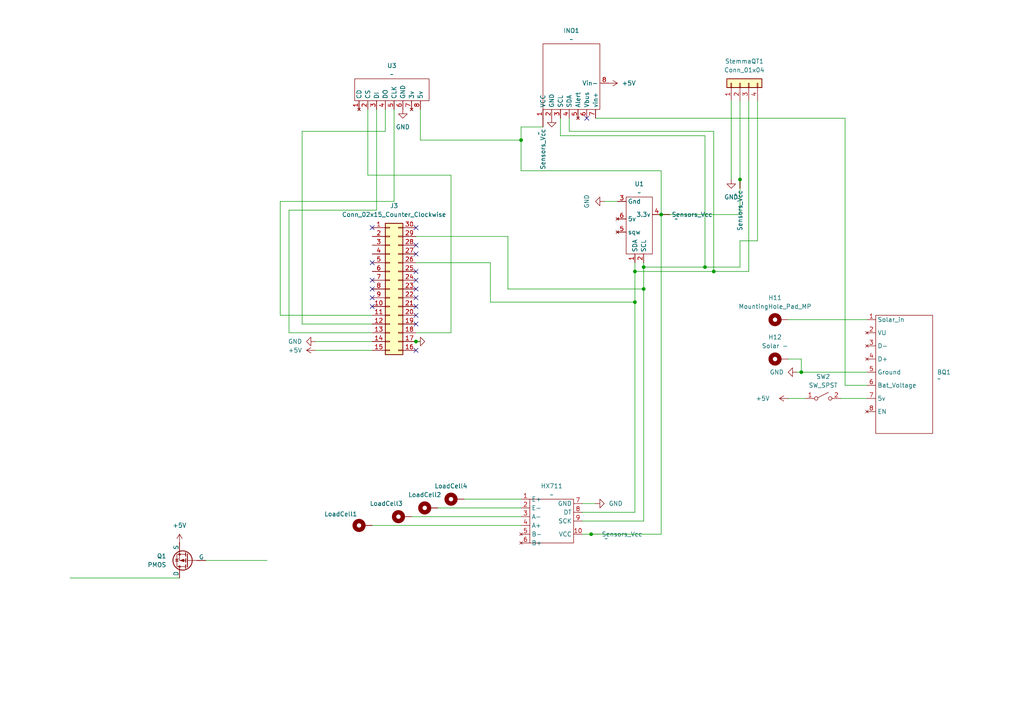
<source format=kicad_sch>
(kicad_sch (version 20250114) (generator "eeschema") (generator_version "9.0")
  (paper "A4")
  (lib_symbols
    (symbol "Connector_Generic:Conn_01x04" (pin_names (offset 1.016) (hide yes))
      (property "Reference" "J" (at 0 5.08 0))
      (property "Value" "Conn_01x04" (at 0 -7.62 0))
      (symbol "Conn_01x04_1_1"
        (rectangle (start -1.27 3.81) (end 1.27 -6.35) (stroke (width 0.254)) (fill (type background)))
        (rectangle (start -1.27 2.667) (end 0 2.413) (stroke (width 0.1524)))
        (rectangle (start -1.27 0.127) (end 0 -0.127) (stroke (width 0.1524)))
        (rectangle (start -1.27 -2.413) (end 0 -2.667) (stroke (width 0.1524)))
        (rectangle (start -1.27 -4.953) (end 0 -5.207) (stroke (width 0.1524)))
        (pin passive line (at -5.08 2.54 0) (length 3.81) (name "Pin_1") (number "1"))
        (pin passive line (at -5.08 0 0) (length 3.81) (name "Pin_2") (number "2"))
        (pin passive line (at -5.08 -2.54 0) (length 3.81) (name "Pin_3") (number "3"))
        (pin passive line (at -5.08 -5.08 0) (length 3.81) (name "Pin_4") (number "4"))
      )
    )
    (symbol "Connector_Generic:Conn_02x15_Counter_Clockwise" (pin_names (offset 1.016) (hide yes))
      (property "Reference" "J" (at 1.27 20.32 0))
      (property "Value" "Conn_02x15_Counter_Clockwise" (at 1.27 -20.32 0))
      (symbol "Conn_02x15_Counter_Clockwise_1_1"
        (rectangle (start -1.27 19.05) (end 3.81 -19.05) (stroke (width 0.254)) (fill (type background)))
        (rectangle (start -1.27 17.907) (end 0 17.653) (stroke (width 0.1524)))
        (rectangle (start -1.27 15.367) (end 0 15.113) (stroke (width 0.1524)))
        (rectangle (start -1.27 12.827) (end 0 12.573) (stroke (width 0.1524)))
        (rectangle (start -1.27 10.287) (end 0 10.033) (stroke (width 0.1524)))
        (rectangle (start -1.27 7.747) (end 0 7.493) (stroke (width 0.1524)))
        (rectangle (start -1.27 5.207) (end 0 4.953) (stroke (width 0.1524)))
        (rectangle (start -1.27 2.667) (end 0 2.413) (stroke (width 0.1524)))
        (rectangle (start -1.27 0.127) (end 0 -0.127) (stroke (width 0.1524)))
        (rectangle (start -1.27 -2.413) (end 0 -2.667) (stroke (width 0.1524)))
        (rectangle (start -1.27 -4.953) (end 0 -5.207) (stroke (width 0.1524)))
        (rectangle (start -1.27 -7.493) (end 0 -7.747) (stroke (width 0.1524)))
        (rectangle (start -1.27 -10.033) (end 0 -10.287) (stroke (width 0.1524)))
        (rectangle (start -1.27 -12.573) (end 0 -12.827) (stroke (width 0.1524)))
        (rectangle (start -1.27 -15.113) (end 0 -15.367) (stroke (width 0.1524)))
        (rectangle (start -1.27 -17.653) (end 0 -17.907) (stroke (width 0.1524)))
        (rectangle (start 3.81 17.907) (end 2.54 17.653) (stroke (width 0.1524)))
        (rectangle (start 3.81 15.367) (end 2.54 15.113) (stroke (width 0.1524)))
        (rectangle (start 3.81 12.827) (end 2.54 12.573) (stroke (width 0.1524)))
        (rectangle (start 3.81 10.287) (end 2.54 10.033) (stroke (width 0.1524)))
        (rectangle (start 3.81 7.747) (end 2.54 7.493) (stroke (width 0.1524)))
        (rectangle (start 3.81 5.207) (end 2.54 4.953) (stroke (width 0.1524)))
        (rectangle (start 3.81 2.667) (end 2.54 2.413) (stroke (width 0.1524)))
        (rectangle (start 3.81 0.127) (end 2.54 -0.127) (stroke (width 0.1524)))
        (rectangle (start 3.81 -2.413) (end 2.54 -2.667) (stroke (width 0.1524)))
        (rectangle (start 3.81 -4.953) (end 2.54 -5.207) (stroke (width 0.1524)))
        (rectangle (start 3.81 -7.493) (end 2.54 -7.747) (stroke (width 0.1524)))
        (rectangle (start 3.81 -10.033) (end 2.54 -10.287) (stroke (width 0.1524)))
        (rectangle (start 3.81 -12.573) (end 2.54 -12.827) (stroke (width 0.1524)))
        (rectangle (start 3.81 -15.113) (end 2.54 -15.367) (stroke (width 0.1524)))
        (rectangle (start 3.81 -17.653) (end 2.54 -17.907) (stroke (width 0.1524)))
        (pin passive line (at -5.08 17.78 0) (length 3.81) (name "Pin_1") (number "1"))
        (pin passive line (at -5.08 15.24 0) (length 3.81) (name "Pin_2") (number "2"))
        (pin passive line (at -5.08 12.7 0) (length 3.81) (name "Pin_3") (number "3"))
        (pin passive line (at -5.08 10.16 0) (length 3.81) (name "Pin_4") (number "4"))
        (pin passive line (at -5.08 7.62 0) (length 3.81) (name "Pin_5") (number "5"))
        (pin passive line (at -5.08 5.08 0) (length 3.81) (name "Pin_6") (number "6"))
        (pin passive line (at -5.08 2.54 0) (length 3.81) (name "Pin_7") (number "7"))
        (pin passive line (at -5.08 0 0) (length 3.81) (name "Pin_8") (number "8"))
        (pin passive line (at -5.08 -2.54 0) (length 3.81) (name "Pin_9") (number "9"))
        (pin passive line (at -5.08 -5.08 0) (length 3.81) (name "Pin_10") (number "10"))
        (pin passive line (at -5.08 -7.62 0) (length 3.81) (name "Pin_11") (number "11"))
        (pin passive line (at -5.08 -10.16 0) (length 3.81) (name "Pin_12") (number "12"))
        (pin passive line (at -5.08 -12.7 0) (length 3.81) (name "Pin_13") (number "13"))
        (pin passive line (at -5.08 -15.24 0) (length 3.81) (name "Pin_14") (number "14"))
        (pin passive line (at -5.08 -17.78 0) (length 3.81) (name "Pin_15") (number "15"))
        (pin passive line (at 7.62 17.78 180) (length 3.81) (name "Pin_30") (number "30"))
        (pin passive line (at 7.62 15.24 180) (length 3.81) (name "Pin_29") (number "29"))
        (pin passive line (at 7.62 12.7 180) (length 3.81) (name "Pin_28") (number "28"))
        (pin passive line (at 7.62 10.16 180) (length 3.81) (name "Pin_27") (number "27"))
        (pin passive line (at 7.62 7.62 180) (length 3.81) (name "Pin_26") (number "26"))
        (pin passive line (at 7.62 5.08 180) (length 3.81) (name "Pin_25") (number "25"))
        (pin passive line (at 7.62 2.54 180) (length 3.81) (name "Pin_24") (number "24"))
        (pin passive line (at 7.62 0 180) (length 3.81) (name "Pin_23") (number "23"))
        (pin passive line (at 7.62 -2.54 180) (length 3.81) (name "Pin_22") (number "22"))
        (pin passive line (at 7.62 -5.08 180) (length 3.81) (name "Pin_21") (number "21"))
        (pin passive line (at 7.62 -7.62 180) (length 3.81) (name "Pin_20") (number "20"))
        (pin passive line (at 7.62 -10.16 180) (length 3.81) (name "Pin_19") (number "19"))
        (pin passive line (at 7.62 -12.7 180) (length 3.81) (name "Pin_18") (number "18"))
        (pin passive line (at 7.62 -15.24 180) (length 3.81) (name "Pin_17") (number "17"))
        (pin passive line (at 7.62 -17.78 180) (length 3.81) (name "Pin_16") (number "16"))
      )
    )
    (symbol "Mechanical:MountingHole_Pad_MP" (pin_numbers (hide yes)) (pin_names (offset 1.016) (hide yes)) (in_bom no)
      (property "Reference" "H" (at 0 6.35 0))
      (property "Value" "MountingHole_Pad_MP" (at 0 4.445 0))
      (symbol "MountingHole_Pad_MP_0_1"
        (circle (center 0 1.27) (radius 1.27) (stroke (width 1.27)))
      )
      (symbol "MountingHole_Pad_MP_1_1"
        (pin input line (at 0 -2.54 90) (length 2.54) (name "MP") (number "MP"))
      )
    )
    (symbol "Miteout1:Charger"
      (property "Reference" "BQ1" (at 11.43 -8.8899 0))
      (property "Value" "~" (at 11.43 -10.795 0))
      (symbol "Charger_0_1"
        (rectangle (start -6.35 7.62) (end 10.16 -26.67))
      )
      (symbol "Charger_1_1"
        (pin input line (at -8.89 6.35 0) (length 2.54) (name "Solar_in") (number "1"))
        (pin no_connect line (at -8.89 2.54 0) (length 2.54) (name "VU") (number "2"))
        (pin no_connect line (at -8.89 -1.27 0) (length 2.54) (name "D-") (number "3"))
        (pin no_connect line (at -8.89 -5.08 0) (length 2.54) (name "D+") (number "4"))
        (pin input line (at -8.89 -8.89 0) (length 2.54) (name "Ground") (number "5"))
        (pin output line (at -8.89 -12.7 0) (length 2.54) (name "Bat_Voltage") (number "6"))
        (pin output line (at -8.89 -16.51 0) (length 2.54) (name "5v") (number "7"))
        (pin no_connect line (at -8.89 -20.32 0) (length 2.54) (name "EN") (number "8"))
      )
    )
    (symbol "Miteout1:RTC"
      (property "Reference" "INO1" (at 17.78 -4.445 90))
      (property "Value" "~" (at 15.24 -4.445 90))
      (symbol "RTC_0_1"
        (rectangle (start -5.08 3.81) (end 13.97 -12.7))
      )
      (symbol "RTC_1_1"
        (pin input line (at -7.62 3.81 0) (length 2.54) (name "VCC") (number "1"))
        (pin input line (at -7.62 1.27 0) (length 2.54) (name "GND") (number "2"))
        (pin input line (at -7.62 -1.27 0) (length 2.54) (name "SCL") (number "3"))
        (pin output line (at -7.62 -3.81 0) (length 2.54) (name "SDA") (number "4"))
        (pin no_connect line (at -7.62 -6.35 0) (length 2.54) (name "Alert") (number "5"))
        (pin output line (at -7.62 -8.89 0) (length 2.54) (name "Vbus") (number "6"))
        (pin input line (at -7.62 -11.43 0) (length 2.54) (name "vin+") (number "7"))
        (pin input line (at 2.54 -15.24 90) (length 2.54) (name "Vin-") (number "8"))
      )
    )
    (symbol "Miteout1:SDcard"
      (property "Reference" "U3" (at 8.89 -8.255 90))
      (property "Value" "~" (at 6.35 -8.255 90))
      (symbol "SDcard_0_1"
        (rectangle (start -1.27 2.54) (end 5.08 -19.05))
      )
      (symbol "SDcard_1_1"
        (pin no_connect line (at -3.81 1.27 0) (length 2.54) (name "CD") (number "1"))
        (pin input line (at -3.81 -1.27 0) (length 2.54) (name "CS") (number "2"))
        (pin input line (at -3.81 -3.81 0) (length 2.54) (name "DI") (number "3"))
        (pin output line (at -3.81 -6.35 0) (length 2.54) (name "DO") (number "4"))
        (pin input line (at -3.81 -8.89 0) (length 2.54) (name "CLK") (number "5"))
        (pin input line (at -3.81 -11.43 0) (length 2.54) (name "GND") (number "6"))
        (pin no_connect line (at -3.81 -13.97 0) (length 2.54) (name "3v") (number "7"))
        (pin input line (at -3.81 -16.51 0) (length 2.54) (name "5v") (number "8"))
      )
    )
    (symbol "Miteout1:VCC_sens" (power) (in_bom no) (on_board no)
      (property "Reference" "U" (at 0 0 0))
      (symbol "VCC_sens_1_1"
        (pin input line (at -1.27 5.08 0) (length 2.54) (name "Sensors_Vcc") (number ""))
      )
    )
    (symbol "Miteout1:hx711"
      (property "Reference" "U" (at 0 0 0))
      (symbol "hx711_0_1"
        (rectangle (start -5.08 2.54) (end 7.62 -10.16))
      )
      (symbol "hx711_1_1"
        (pin input line (at -7.62 2.54 0) (length 2.54) (name "E+") (number "1"))
        (pin input line (at -7.62 0 0) (length 2.54) (name "E-") (number "2"))
        (pin input line (at -7.62 -2.54 0) (length 2.54) (name "A-") (number "3"))
        (pin input line (at -7.62 -5.08 0) (length 2.54) (name "A+") (number "4"))
        (pin no_connect line (at -7.62 -7.62 0) (length 2.54) (name "B-") (number "5"))
        (pin no_connect line (at -7.62 -10.16 0) (length 2.54) (name "B+") (number "6"))
        (pin input line (at 10.16 1.27 180) (length 2.54) (name "GND") (number "7"))
        (pin input line (at 10.16 -1.27 180) (length 2.54) (name "DT") (number "8"))
        (pin output line (at 10.16 -3.81 180) (length 2.54) (name "SCK") (number "9"))
        (pin input line (at 10.16 -7.62 180) (length 2.54) (name "VCC") (number "10"))
      )
    )
    (symbol "MountingHole_Pad_MP_1" (pin_numbers (hide yes)) (pin_names (offset 1.016) (hide yes)) (in_bom no)
      (property "Reference" "H12" (at 6.35 1.27 90))
      (property "Value" "Solar -" (at 3.81 1.27 90))
      (symbol "MountingHole_Pad_MP_1_0_1"
        (circle (center 0 1.27) (radius 1.27) (stroke (width 1.27)))
      )
      (symbol "MountingHole_Pad_MP_1_1_1"
        (pin input line (at 0 -2.54 90) (length 2.54) (name "MP") (number "MP"))
      )
    )
    (symbol "RTC_1"
      (property "Reference" "U1" (at 12.7 -2.54 90))
      (property "Value" "~" (at 10.16 -2.54 90))
      (symbol "RTC_1_0_1"
        (rectangle (start 8.89 1.27) (end -7.62 -6.35))
      )
      (symbol "RTC_1_1_1"
        (pin output line (at -10.16 -1.27 0) (length 2.54) (name "SDA") (number "1"))
        (pin input line (at -10.16 -3.81 0) (length 2.54) (name "SCL") (number "2"))
        (pin no_connect line (at -1.27 3.81 270) (length 2.54) (name "sqw") (number "5"))
        (pin no_connect line (at 2.54 3.81 270) (length 2.54) (name "5v") (number "6"))
        (pin input line (at 3.81 -8.89 90) (length 2.54) (name "3.3v") (number "4"))
        (pin input line (at 7.62 3.81 270) (length 2.54) (name "Gnd") (number "3"))
      )
    )
    (symbol "Simulation_SPICE:PMOS" (pin_numbers (hide yes)) (pin_names (offset 0))
      (property "Reference" "Q1" (at 6.35 -1.2701 0))
      (property "Value" "PMOS" (at 6.35 1.2699 0))
      (symbol "PMOS_0_1"
        (polyline (pts (xy 0.254 1.905) (xy 0.254 -1.905)) (stroke (width 0.254)))
        (polyline (pts (xy 0.254 0) (xy -2.54 0)))
        (polyline (pts (xy 0.762 2.286) (xy 0.762 1.27)) (stroke (width 0.254)))
        (polyline (pts (xy 0.762 1.778) (xy 3.302 1.778) (xy 3.302 -1.778) (xy 0.762 -1.778)))
        (polyline (pts (xy 0.762 0.508) (xy 0.762 -0.508)) (stroke (width 0.254)))
        (polyline (pts (xy 0.762 -1.27) (xy 0.762 -2.286)) (stroke (width 0.254)))
        (circle (center 1.651 0) (radius 2.794) (stroke (width 0.254)))
        (polyline (pts (xy 2.286 0) (xy 1.27 0.381) (xy 1.27 -0.381) (xy 2.286 0)) (fill (type outline)))
        (polyline (pts (xy 2.54 2.54) (xy 2.54 1.778)))
        (circle (center 2.54 1.778) (radius 0.254) (fill (type outline)))
        (circle (center 2.54 -1.778) (radius 0.254) (fill (type outline)))
        (polyline (pts (xy 2.54 -2.54) (xy 2.54 0) (xy 0.762 0)))
        (polyline (pts (xy 2.794 -0.508) (xy 2.921 -0.381) (xy 3.683 -0.381) (xy 3.81 -0.254)))
        (polyline (pts (xy 3.302 -0.381) (xy 2.921 0.254) (xy 3.683 0.254) (xy 3.302 -0.381)))
      )
      (symbol "PMOS_1_1"
        (pin input line (at -5.08 0 0) (length 2.54) (name "G") (number "G"))
        (pin passive line (at 2.54 5.08 270) (length 2.54) (name "D") (number "D"))
        (pin passive line (at 2.54 -5.08 90) (length 2.54) (name "S") (number "S"))
      )
    )
    (symbol "Switch:SW_SPST" (pin_names (offset 0) (hide yes))
      (property "Reference" "SW" (at 0 3.175 0))
      (property "Value" "SW_SPST" (at 0 -2.54 0))
      (symbol "SW_SPST_0_0"
        (circle (center -2.032 0) (radius 0.508))
        (polyline (pts (xy -1.524 0.254) (xy 1.524 1.778)))
        (circle (center 2.032 0) (radius 0.508))
      )
      (symbol "SW_SPST_1_1"
        (pin passive line (at -5.08 0 0) (length 2.54) (name "A") (number "1"))
        (pin passive line (at 5.08 0 180) (length 2.54) (name "B") (number "2"))
      )
    )
    (symbol "power:+5V" (power) (pin_numbers (hide yes)) (pin_names (offset 0) (hide yes))
      (property "Value" "+5V" (at 0 3.556 0))
      (symbol "+5V_0_1"
        (polyline (pts (xy -0.762 1.27) (xy 0 2.54)))
        (polyline (pts (xy 0 2.54) (xy 0.762 1.27)))
        (polyline (pts (xy 0 0) (xy 0 2.54)))
      )
      (symbol "+5V_1_1"
        (pin power_in line (at 0 0 90) (length 0) (name "~") (number "1"))
      )
    )
    (symbol "power:GND" (power) (pin_numbers (hide yes)) (pin_names (offset 0) (hide yes))
      (property "Value" "GND" (at 0 -3.81 0))
      (symbol "GND_0_1"
        (polyline (pts (xy 0 0) (xy 0 -1.27) (xy 1.27 -1.27) (xy 0 -2.54) (xy -1.27 -1.27) (xy 0 -1.27)))
      )
      (symbol "GND_1_1"
        (pin power_in line (at 0 0 270) (length 0) (name "~") (number "1"))
      )
    )
  )
  (junction (at 186.69 77.47))
  (junction (at 207.01 78.74))
  (junction (at 184.15 87.63))
  (junction (at 204.47 77.47))
  (junction (at 171.45 154.94))
  (junction (at 191.77 62.23))
  (junction (at 214.63 52.07))
  (junction (at 151.13 40.64))
  (junction (at 186.69 83.82))
  (junction (at 184.15 78.74))
  (junction (at 120.65 99.06))
  (junction (at 232.41 107.95))
  (no_connect (at 120.65 86.36))
  (no_connect (at 120.65 81.28))
  (no_connect (at 107.95 66.04))
  (no_connect (at 120.65 93.98))
  (no_connect (at 107.95 76.2))
  (no_connect (at 120.65 78.74))
  (no_connect (at 120.65 66.04))
  (no_connect (at 107.95 83.82))
  (no_connect (at 120.65 101.6))
  (no_connect (at 170.18 34.29))
  (no_connect (at 120.65 88.9))
  (no_connect (at 107.95 86.36))
  (no_connect (at 107.95 88.9))
  (no_connect (at 120.65 73.66))
  (no_connect (at 120.65 71.12))
  (no_connect (at 107.95 81.28))
  (no_connect (at 120.65 91.44))
  (no_connect (at 120.65 83.82))
  (wire (pts (xy 214.63 29.21) (xy 214.63 52.07)))
  (wire (pts (xy 120.65 76.2) (xy 142.24 76.2)))
  (wire (pts (xy 243.84 115.57) (xy 251.46 115.57)))
  (wire (pts (xy 214.63 62.23) (xy 191.77 62.23)))
  (wire (pts (xy 204.47 77.47) (xy 186.69 77.47)))
  (wire (pts (xy 233.68 115.57) (xy 228.6 115.57)))
  (wire (pts (xy 142.24 76.2) (xy 142.24 87.63)))
  (wire (pts (xy 127 147.32) (xy 151.13 147.32)))
  (wire (pts (xy 214.63 69.85) (xy 214.63 77.47)))
  (wire (pts (xy 114.3 58.42) (xy 81.28 58.42)))
  (wire (pts (xy 134.62 144.78) (xy 151.13 144.78)))
  (wire (pts (xy 81.28 91.44) (xy 107.95 91.44)))
  (wire (pts (xy 151.13 49.53) (xy 151.13 40.64)))
  (wire (pts (xy 217.17 78.74) (xy 207.01 78.74)))
  (wire (pts (xy 59.69 162.56) (xy 77.47 162.56)))
  (wire (pts (xy 184.15 87.63) (xy 184.15 148.59)))
  (wire (pts (xy 91.44 101.6) (xy 107.95 101.6)))
  (wire (pts (xy 168.91 151.13) (xy 186.69 151.13)))
  (wire (pts (xy 120.65 68.58) (xy 147.32 68.58)))
  (wire (pts (xy 162.56 39.37) (xy 204.47 39.37)))
  (wire (pts (xy 231.14 107.95) (xy 232.41 107.95)))
  (wire (pts (xy 83.82 60.96) (xy 83.82 96.52)))
  (wire (pts (xy 91.44 99.06) (xy 107.95 99.06)))
  (wire (pts (xy 121.92 31.75) (xy 121.92 40.64)))
  (wire (pts (xy 204.47 39.37) (xy 204.47 77.47)))
  (wire (pts (xy 111.76 38.1) (xy 111.76 31.75)))
  (wire (pts (xy 171.45 154.94) (xy 191.77 154.94)))
  (wire (pts (xy 147.32 68.58) (xy 147.32 83.82)))
  (wire (pts (xy 165.1 34.29) (xy 165.1 38.1)))
  (wire (pts (xy 130.81 96.52) (xy 130.81 50.8)))
  (wire (pts (xy 130.81 50.8) (xy 106.68 50.8)))
  (wire (pts (xy 207.01 38.1) (xy 207.01 78.74)))
  (wire (pts (xy 83.82 96.52) (xy 107.95 96.52)))
  (wire (pts (xy 232.41 104.14) (xy 232.41 107.95)))
  (wire (pts (xy 191.77 154.94) (xy 191.77 62.23)))
  (wire (pts (xy 186.69 83.82) (xy 186.69 151.13)))
  (wire (pts (xy 172.72 34.29) (xy 245.11 34.29)))
  (wire (pts (xy 87.63 93.98) (xy 107.95 93.98)))
  (wire (pts (xy 142.24 87.63) (xy 184.15 87.63)))
  (wire (pts (xy 106.68 31.75) (xy 106.68 50.8)))
  (wire (pts (xy 114.3 31.75) (xy 114.3 58.42)))
  (wire (pts (xy 172.72 146.05) (xy 168.91 146.05)))
  (wire (pts (xy 151.13 40.64) (xy 121.92 40.64)))
  (wire (pts (xy 228.6 104.14) (xy 232.41 104.14)))
  (wire (pts (xy 217.17 29.21) (xy 217.17 78.74)))
  (wire (pts (xy 245.11 34.29) (xy 245.11 111.76)))
  (wire (pts (xy 119.38 149.86) (xy 151.13 149.86)))
  (wire (pts (xy 228.6 92.71) (xy 251.46 92.71)))
  (wire (pts (xy 214.63 52.07) (xy 214.63 62.23)))
  (wire (pts (xy 162.56 34.29) (xy 162.56 39.37)))
  (wire (pts (xy 245.11 111.76) (xy 251.46 111.76)))
  (wire (pts (xy 184.15 76.2) (xy 184.15 78.74)))
  (wire (pts (xy 168.91 148.59) (xy 184.15 148.59)))
  (wire (pts (xy 191.77 49.53) (xy 151.13 49.53)))
  (wire (pts (xy 219.71 69.85) (xy 214.63 69.85)))
  (wire (pts (xy 175.26 58.42) (xy 179.07 58.42)))
  (wire (pts (xy 52.07 167.64) (xy 20.32 167.64)))
  (wire (pts (xy 212.09 29.21) (xy 212.09 52.07)))
  (wire (pts (xy 157.48 36.83) (xy 151.13 36.83)))
  (wire (pts (xy 109.22 60.96) (xy 83.82 60.96)))
  (wire (pts (xy 151.13 36.83) (xy 151.13 40.64)))
  (wire (pts (xy 147.32 83.82) (xy 186.69 83.82)))
  (wire (pts (xy 168.91 154.94) (xy 171.45 154.94)))
  (wire (pts (xy 87.63 38.1) (xy 111.76 38.1)))
  (wire (pts (xy 107.95 152.4) (xy 151.13 152.4)))
  (wire (pts (xy 214.63 77.47) (xy 204.47 77.47)))
  (wire (pts (xy 165.1 38.1) (xy 207.01 38.1)))
  (wire (pts (xy 87.63 93.98) (xy 87.63 38.1)))
  (wire (pts (xy 109.22 31.75) (xy 109.22 60.96)))
  (wire (pts (xy 184.15 78.74) (xy 184.15 87.63)))
  (wire (pts (xy 232.41 107.95) (xy 251.46 107.95)))
  (wire (pts (xy 120.65 99.06) (xy 121.92 99.06)))
  (wire (pts (xy 120.65 96.52) (xy 130.81 96.52)))
  (wire (pts (xy 219.71 29.21) (xy 219.71 69.85)))
  (wire (pts (xy 191.77 49.53) (xy 191.77 62.23)))
  (wire (pts (xy 81.28 58.42) (xy 81.28 91.44)))
  (wire (pts (xy 184.15 78.74) (xy 207.01 78.74)))
  (wire (pts (xy 186.69 76.2) (xy 186.69 77.47)))
  (wire (pts (xy 186.69 77.47) (xy 186.69 83.82)))
  (symbol (lib_id "Miteout1:VCC_sens") (at 172.72 160.02 0) (unit 1) (in_bom no) (on_board no)
    (property "Reference" "#U011" (effects (hide yes)))
    (property "Value" "~" (at 175.26 156.21 0) (effects (justify left)))
  )
  (symbol (lib_id "Miteout1:SDcard") (at 105.41 27.94 90) (unit 1)
    (property "Reference" "U3" (at 113.665 19.05 90))
    (property "Value" "~" (at 113.665 21.59 90))
    (property "Footprint" "MiteOut:SDCard" (effects (hide yes)))
  )
  (symbol (lib_id "Miteout1:RTC") (at 161.29 26.67 90) (unit 1)
    (property "Reference" "INO1" (at 165.735 8.89 90))
    (property "Value" "~" (at 165.735 11.43 90))
    (property "Footprint" "MiteOut:INA" (effects (hide yes)))
  )
  (symbol (lib_id "Miteout1:VCC_sens") (at 152.4 35.56 270) (unit 1) (in_bom no) (on_board no)
    (property "Reference" "#U08" (effects (hide yes)))
    (property "Value" "~" (at 156.21 38.1 0) (effects (justify left)))
  )
  (symbol (lib_id "power:GND") (at 160.02 34.29 0) (unit 1)
    (property "Reference" "#PWR021" (effects (hide yes)))
    (property "Value" "GND" (effects (hide yes)))
    (property "Description" "Power symbol creates a global label with name \"GND\" , ground" (effects (hide yes)))
  )
  (symbol (lib_id "Miteout1:VCC_sens") (at 193.04 67.31 0) (unit 1) (in_bom no) (on_board no)
    (property "Reference" "#U010" (effects (hide yes)))
    (property "Value" "~" (at 195.58 63.5 0) (effects (justify left)))
  )
  (symbol (lib_id "Mechanical:MountingHole_Pad_MP") (at 226.06 92.71 90) (unit 1) (in_bom no)
    (property "Reference" "H11" (at 224.79 86.36 90))
    (property "Value" "MountingHole_Pad_MP" (at 224.79 88.9 90))
    (property "Footprint" "MiteOut:throughole" (effects (hide yes)))
    (property "Description" "Mounting Hole with connection as pad named MP" (effects (hide yes)))
  )
  (symbol (lib_id "power:GND") (at 116.84 31.75 0) (unit 1)
    (property "Reference" "#PWR011" (effects (hide yes)))
    (property "Value" "GND" (at 116.84 36.83 0))
    (property "Description" "Power symbol creates a global label with name \"GND\" , ground" (effects (hide yes)))
  )
  (symbol (lib_id "power:+5V") (at 228.6 115.57 90) (unit 1)
    (property "Reference" "#PWR018" (effects (hide yes)))
    (property "Value" "+5V" (at 223.266 115.57 90) (effects (justify left)))
    (property "Description" "Power symbol creates a global label with name \"+5V\"" (effects (hide yes)))
  )
  (symbol (lib_id "Connector_Generic:Conn_01x04") (at 214.63 24.13 90) (unit 1)
    (property "Reference" "StemmaQT1" (at 215.9 17.78 90))
    (property "Value" "Conn_01x04" (at 215.9 20.32 90))
    (property "Footprint" "Connector_JST:JST_EH_B4B-EH-A_1x04_P2.50mm_Vertical" (effects (hide yes)))
    (property "Description" "Generic connector, single row, 01x04, script generated (kicad-library-utils/schlib/autogen/connector/)" (effects (hide yes)))
  )
  (symbol (lib_id "power:GND") (at 120.65 99.06 90) (unit 1)
    (property "Reference" "#PWR08" (effects (hide yes)))
    (property "Value" "GND" (effects (hide yes)))
    (property "Description" "Power symbol creates a global label with name \"GND\" , ground" (effects (hide yes)))
  )
  (symbol (lib_name "RTC_1") (lib_id "Miteout1:RTC") (at 182.88 66.04 90) (unit 1)
    (property "Reference" "U1" (at 185.42 53.34 90))
    (property "Value" "~" (at 185.42 55.88 90))
    (property "Footprint" "MiteOut:Clock" (effects (hide yes)))
  )
  (symbol (lib_name "MountingHole_Pad_MP_1") (lib_id "Mechanical:MountingHole_Pad_MP") (at 226.06 104.14 90) (unit 1) (in_bom no)
    (property "Reference" "H12" (at 224.79 97.79 90))
    (property "Value" "Solar -" (at 224.79 100.33 90))
    (property "Footprint" "MiteOut:throughole" (effects (hide yes)))
    (property "Description" "Mounting Hole with connection as pad named MP" (effects (hide yes)))
  )
  (symbol (lib_id "Switch:SW_SPST") (at 238.76 115.57 0) (unit 1)
    (property "Reference" "SW2" (at 238.76 109.22 0))
    (property "Value" "SW_SPST" (at 238.76 111.76 0))
    (property "Footprint" "Button_Switch_THT:SW_DIP_SPSTx01_Slide_6.7x4.1mm_W7.62mm_P2.54mm_LowProfile" (effects (hide yes)))
    (property "Description" "Single Pole Single Throw (SPST) switch" (effects (hide yes)))
  )
  (symbol (lib_id "Mechanical:MountingHole_Pad_MP") (at 124.46 147.32 90) (unit 1) (in_bom no)
    (property "Reference" "H4" (effects (hide yes)))
    (property "Value" "LoadCell2" (at 123.19 143.51 90))
    (property "Footprint" "MiteOut:throughole" (effects (hide yes)))
    (property "Description" "Mounting Hole with connection as pad named MP" (effects (hide yes)))
  )
  (symbol (lib_id "Simulation_SPICE:PMOS") (at 54.61 162.56 180) (unit 1)
    (property "Reference" "Q1" (at 48.26 161.2899 0) (effects (justify left)))
    (property "Value" "PMOS" (at 48.26 163.8299 0) (effects (justify left)))
    (property "Footprint" "MiteOut:Mosfet" (effects (hide yes)))
    (property "Datasheet" "https://ngspice.sourceforge.io/docs/ngspice-html-manual/manual.xhtml#cha_MOSFETs" (effects (hide yes)))
    (property "Description" "P-MOSFET transistor, drain/source/gate" (effects (hide yes)))
    (property "Sim.Device" "PMOS" (effects (hide yes)))
    (property "Sim.Type" "VDMOS" (effects (hide yes)))
    (property "Sim.Pins" "1=D 2=G 3=S" (effects (hide yes)))
  )
  (symbol (lib_id "power:+5V") (at 52.07 157.48 0) (unit 1)
    (property "Reference" "#PWR023" (effects (hide yes)))
    (property "Value" "+5V" (at 52.07 152.4 0))
    (property "Description" "Power symbol creates a global label with name \"+5V\"" (effects (hide yes)))
  )
  (symbol (lib_id "power:+5V") (at 176.53 24.13 270) (unit 1)
    (property "Reference" "#PWR022" (effects (hide yes)))
    (property "Value" "+5V" (at 180.34 24.1299 90) (effects (justify left)))
    (property "Description" "Power symbol creates a global label with name \"+5V\"" (effects (hide yes)))
  )
  (symbol (lib_id "power:GND") (at 175.26 58.42 270) (unit 1)
    (property "Reference" "#PWR05" (effects (hide yes)))
    (property "Value" "GND" (at 170.18 58.42 0))
    (property "Description" "Power symbol creates a global label with name \"GND\" , ground" (effects (hide yes)))
  )
  (symbol (lib_id "power:GND") (at 172.72 146.05 90) (unit 1)
    (property "Reference" "#PWR07" (effects (hide yes)))
    (property "Value" "GND" (at 176.53 146.0499 90) (effects (justify right)))
    (property "Description" "Power symbol creates a global label with name \"GND\" , ground" (effects (hide yes)))
  )
  (symbol (lib_id "Mechanical:MountingHole_Pad_MP") (at 132.08 144.78 90) (unit 1) (in_bom no)
    (property "Reference" "H3" (effects (hide yes)))
    (property "Value" "LoadCell4" (at 130.81 140.97 90))
    (property "Footprint" "MiteOut:throughole" (effects (hide yes)))
    (property "Description" "Mounting Hole with connection as pad named MP" (effects (hide yes)))
  )
  (symbol (lib_id "power:GND") (at 91.44 99.06 270) (unit 1)
    (property "Reference" "#PWR01" (effects (hide yes)))
    (property "Value" "GND" (at 87.63 99.0599 90) (effects (justify right)))
    (property "Description" "Power symbol creates a global label with name \"GND\" , ground" (effects (hide yes)))
  )
  (symbol (lib_id "Miteout1:VCC_sens") (at 209.55 53.34 270) (unit 1) (in_bom no) (on_board no)
    (property "Reference" "#U09" (effects (hide yes)))
    (property "Value" "~" (at 213.36 55.88 0) (effects (justify left)))
  )
  (symbol (lib_id "Mechanical:MountingHole_Pad_MP") (at 105.41 152.4 90) (unit 1) (in_bom no)
    (property "Reference" "H2" (effects (hide yes)))
    (property "Value" "LoadCell1" (at 103.632 149.098 90) (effects (justify left)))
    (property "Footprint" "MiteOut:throughole" (effects (hide yes)))
    (property "Description" "Mounting Hole with connection as pad named MP" (effects (hide yes)))
  )
  (symbol (lib_id "Miteout1:Charger") (at 260.35 99.06 0) (unit 1)
    (property "Reference" "BQ1" (at 271.78 107.9499 0) (effects (justify left)))
    (property "Value" "~" (at 271.78 109.855 0) (effects (justify left)))
    (property "Footprint" "MiteOut:Charger" (effects (hide yes)))
  )
  (symbol (lib_id "Connector_Generic:Conn_02x15_Counter_Clockwise") (at 113.03 83.82 0) (unit 1)
    (property "Reference" "J3" (at 114.3 59.69 0))
    (property "Value" "Conn_02x15_Counter_Clockwise" (at 114.3 62.23 0))
    (property "Footprint" "MiteOut:ESP" (effects (hide yes)))
    (property "Description" "Generic connector, double row, 02x15, counter clockwise pin numbering scheme (similar to DIP package numbering), script generated (kicad-library-utils/schlib/autogen/connector/)" (effects (hide yes)))
  )
  (symbol (lib_id "power:GND") (at 231.14 107.95 270) (unit 1)
    (property "Reference" "#PWR017" (effects (hide yes)))
    (property "Value" "GND" (at 227.33 107.9499 90) (effects (justify right)))
    (property "Description" "Power symbol creates a global label with name \"GND\" , ground" (effects (hide yes)))
  )
  (symbol (lib_id "Mechanical:MountingHole_Pad_MP") (at 116.84 149.86 90) (unit 1) (in_bom no)
    (property "Reference" "H1" (effects (hide yes)))
    (property "Value" "LoadCell3" (at 116.84 146.05 90) (effects (justify left)))
    (property "Footprint" "MiteOut:throughole" (effects (hide yes)))
    (property "Description" "Mounting Hole with connection as pad named MP" (effects (hide yes)))
  )
  (symbol (lib_id "power:GND") (at 212.09 52.07 0) (unit 1)
    (property "Reference" "#PWR03" (effects (hide yes)))
    (property "Value" "GND" (at 212.09 57.15 0))
    (property "Description" "Power symbol creates a global label with name \"GND\" , ground" (effects (hide yes)))
  )
  (symbol (lib_id "Miteout1:hx711") (at 158.75 147.32 0) (unit 1)
    (property "Reference" "HX711" (at 160.02 140.97 0))
    (property "Value" "~" (at 160.02 143.51 0))
    (property "Footprint" "MiteOut:hx711" (effects (hide yes)))
  )
  (symbol (lib_id "power:+5V") (at 91.44 101.6 90) (unit 1)
    (property "Reference" "#PWR019" (effects (hide yes)))
    (property "Value" "+5V" (at 87.63 101.5999 90) (effects (justify left)))
    (property "Description" "Power symbol creates a global label with name \"+5V\"" (effects (hide yes)))
  )
)
</source>
